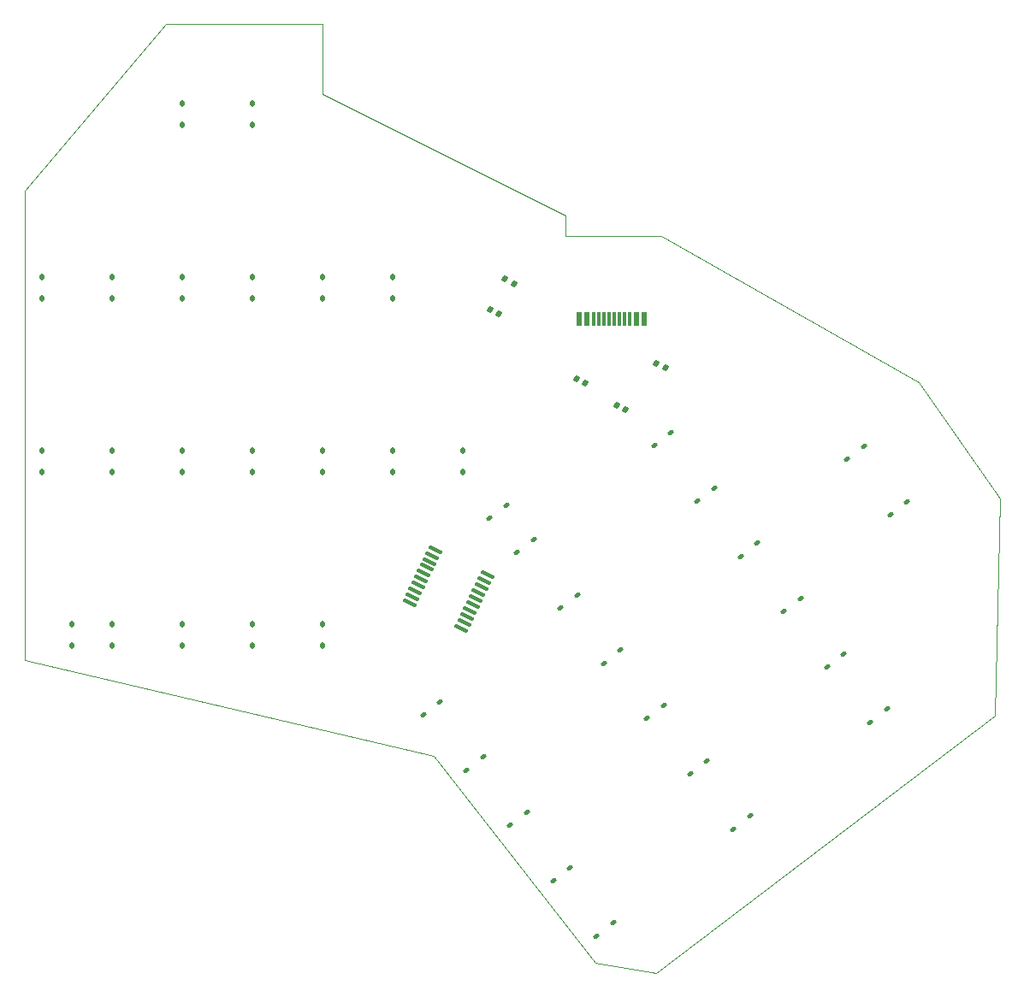
<source format=gtp>
G04 #@! TF.GenerationSoftware,KiCad,Pcbnew,8.0.4*
G04 #@! TF.CreationDate,2024-08-15T05:56:15-07:00*
G04 #@! TF.ProjectId,fixer-otg,66697865-722d-46f7-9467-2e6b69636164,rev?*
G04 #@! TF.SameCoordinates,Original*
G04 #@! TF.FileFunction,Paste,Top*
G04 #@! TF.FilePolarity,Positive*
%FSLAX46Y46*%
G04 Gerber Fmt 4.6, Leading zero omitted, Abs format (unit mm)*
G04 Created by KiCad (PCBNEW 8.0.4) date 2024-08-15 05:56:15*
%MOMM*%
%LPD*%
G01*
G04 APERTURE LIST*
G04 Aperture macros list*
%AMRoundRect*
0 Rectangle with rounded corners*
0 $1 Rounding radius*
0 $2 $3 $4 $5 $6 $7 $8 $9 X,Y pos of 4 corners*
0 Add a 4 corners polygon primitive as box body*
4,1,4,$2,$3,$4,$5,$6,$7,$8,$9,$2,$3,0*
0 Add four circle primitives for the rounded corners*
1,1,$1+$1,$2,$3*
1,1,$1+$1,$4,$5*
1,1,$1+$1,$6,$7*
1,1,$1+$1,$8,$9*
0 Add four rect primitives between the rounded corners*
20,1,$1+$1,$2,$3,$4,$5,0*
20,1,$1+$1,$4,$5,$6,$7,0*
20,1,$1+$1,$6,$7,$8,$9,0*
20,1,$1+$1,$8,$9,$2,$3,0*%
G04 Aperture macros list end*
%ADD10RoundRect,0.112500X0.112500X-0.187500X0.112500X0.187500X-0.112500X0.187500X-0.112500X-0.187500X0*%
%ADD11RoundRect,0.112500X-0.078490X-0.204088X0.217014X0.026785X0.078490X0.204088X-0.217014X-0.026785X0*%
%ADD12RoundRect,0.135000X-0.202436X-0.107097X0.040239X-0.225457X0.202436X0.107097X-0.040239X0.225457X0*%
%ADD13RoundRect,0.140000X-0.200354X-0.091423X0.051308X-0.214167X0.200354X0.091423X-0.051308X0.214167X0*%
%ADD14RoundRect,0.100000X-0.616818X0.189582X0.529144X-0.369341X0.616818X-0.189582X-0.529144X0.369341X0*%
%ADD15R,0.600000X1.450000*%
%ADD16R,0.300000X1.450000*%
G04 #@! TA.AperFunction,Profile*
%ADD17C,0.050000*%
G04 #@! TD*
G04 APERTURE END LIST*
D10*
X88557300Y-109602700D03*
X88557300Y-107502700D03*
X88557300Y-58002700D03*
X88557300Y-55902700D03*
D11*
X114738389Y-100368145D03*
X116393211Y-99075255D03*
X147403689Y-91142745D03*
X149058511Y-89849855D03*
X136849889Y-100732145D03*
X138504711Y-99439255D03*
D10*
X81607300Y-75202700D03*
X81607300Y-73102700D03*
X74657300Y-92402700D03*
X74657300Y-90302700D03*
X88557300Y-92402700D03*
X88557300Y-90302700D03*
D12*
X128541616Y-81600431D03*
X129458384Y-82047569D03*
X113541616Y-73276431D03*
X114458384Y-73723569D03*
D11*
X114021189Y-127387545D03*
X115676011Y-126094655D03*
D10*
X95507300Y-109602700D03*
X95507300Y-107502700D03*
D11*
X109742289Y-121910845D03*
X111397111Y-120617955D03*
D10*
X88557300Y-75202700D03*
X88557300Y-73102700D03*
X74657300Y-109602700D03*
X74657300Y-107502700D03*
X81607300Y-109602700D03*
X81607300Y-107502700D03*
X81607300Y-92402700D03*
X81607300Y-90302700D03*
X95507300Y-75202700D03*
X95507300Y-73102700D03*
D11*
X127574989Y-116798145D03*
X129229811Y-115505255D03*
X149686389Y-117162145D03*
X151341211Y-115869255D03*
D10*
X67707300Y-75202700D03*
X67707300Y-73102700D03*
D13*
X120602379Y-83160982D03*
X121465221Y-83581818D03*
D11*
X132570989Y-95255445D03*
X134225811Y-93962555D03*
X145407589Y-111685445D03*
X147062411Y-110392555D03*
D10*
X109407300Y-92402700D03*
X109407300Y-90302700D03*
X74657300Y-75202700D03*
X74657300Y-73102700D03*
D13*
X124568579Y-85789582D03*
X125431421Y-86210418D03*
D12*
X112041616Y-76276431D03*
X112958384Y-76723569D03*
D11*
X111999989Y-97000045D03*
X113654811Y-95707155D03*
D10*
X102457300Y-75202700D03*
X102457300Y-73102700D03*
D11*
X122578889Y-138340845D03*
X124233711Y-137047955D03*
X118299989Y-132864245D03*
X119954811Y-131571355D03*
X151682489Y-96619445D03*
X153337311Y-95326555D03*
X105463489Y-116434145D03*
X107118311Y-115141255D03*
D10*
X102457300Y-92402700D03*
X102457300Y-90302700D03*
D11*
X123296089Y-111321445D03*
X124950911Y-110028555D03*
D10*
X81607300Y-58002700D03*
X81607300Y-55902700D03*
D11*
X131853789Y-122274845D03*
X133508611Y-120981955D03*
D14*
X106639338Y-100076190D03*
X106354396Y-100660406D03*
X106069455Y-101244622D03*
X105784514Y-101828838D03*
X105499574Y-102413055D03*
X105214631Y-102997271D03*
X104929690Y-103581487D03*
X104644749Y-104165703D03*
X104359808Y-104749919D03*
X104074866Y-105334135D03*
X109220462Y-107843810D03*
X109505404Y-107259594D03*
X109790345Y-106675378D03*
X110075286Y-106091162D03*
X110360226Y-105506945D03*
X110645169Y-104922729D03*
X110930110Y-104338513D03*
X111215051Y-103754297D03*
X111499992Y-103170081D03*
X111784934Y-102585865D03*
D11*
X128292189Y-89778745D03*
X129947011Y-88485855D03*
X141128689Y-106208745D03*
X142783511Y-104915855D03*
X119017289Y-105844845D03*
X120672111Y-104551955D03*
D10*
X70707300Y-109602700D03*
X70707300Y-107502700D03*
D15*
X127352400Y-77206000D03*
X126552400Y-77206000D03*
D16*
X125352400Y-77206000D03*
X124352400Y-77206000D03*
X123852400Y-77206000D03*
X122852400Y-77206000D03*
D15*
X121652400Y-77206000D03*
X120852400Y-77206000D03*
X120852400Y-77206000D03*
X121652400Y-77206000D03*
D16*
X122352400Y-77206000D03*
X123352400Y-77206000D03*
X124852400Y-77206000D03*
X125852400Y-77206000D03*
D15*
X126552400Y-77206000D03*
X127352400Y-77206000D03*
D10*
X67707300Y-92402700D03*
X67707300Y-90302700D03*
D11*
X136132689Y-127751545D03*
X137787511Y-126458655D03*
D10*
X95507300Y-92402700D03*
X95507300Y-90302700D03*
D17*
X95500000Y-55000000D02*
X119500000Y-67000000D01*
X119500000Y-67000000D02*
X119500000Y-69000000D01*
X95500000Y-48000000D02*
X80000000Y-48000000D01*
X119500000Y-69000000D02*
X129000000Y-69000000D01*
X122500000Y-141000000D02*
X128500000Y-142000000D01*
X66000000Y-64500000D02*
X66000000Y-111000000D01*
X80000000Y-48000000D02*
X66000000Y-64500000D01*
X162500000Y-95000000D02*
X154500000Y-83500000D01*
X95500000Y-55000000D02*
X95500000Y-48000000D01*
X106500000Y-120500000D02*
X122500000Y-141000000D01*
X128500000Y-142000000D02*
X162000000Y-116500000D01*
X129000000Y-69000000D02*
X154500000Y-83500000D01*
X66000000Y-111000000D02*
X106500000Y-120500000D01*
X162000000Y-116500000D02*
X162500000Y-95000000D01*
M02*

</source>
